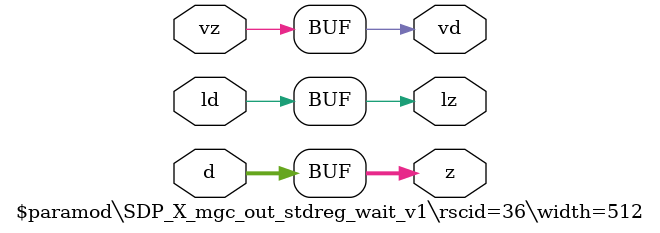
<source format=v>
module \$paramod\SDP_X_mgc_out_stdreg_wait_v1\rscid=36\width=512 (ld, vd, d, lz, vz, z);
  (* src = "./vmod/nvdla/sdp/NV_NVDLA_SDP_CORE_x.v:47" *)
  input [511:0] d;
  (* src = "./vmod/nvdla/sdp/NV_NVDLA_SDP_CORE_x.v:45" *)
  input ld;
  (* src = "./vmod/nvdla/sdp/NV_NVDLA_SDP_CORE_x.v:48" *)
  output lz;
  (* src = "./vmod/nvdla/sdp/NV_NVDLA_SDP_CORE_x.v:46" *)
  output vd;
  (* src = "./vmod/nvdla/sdp/NV_NVDLA_SDP_CORE_x.v:49" *)
  input vz;
  (* src = "./vmod/nvdla/sdp/NV_NVDLA_SDP_CORE_x.v:50" *)
  output [511:0] z;
  assign lz = ld;
  assign vd = vz;
  assign z = d;
endmodule

</source>
